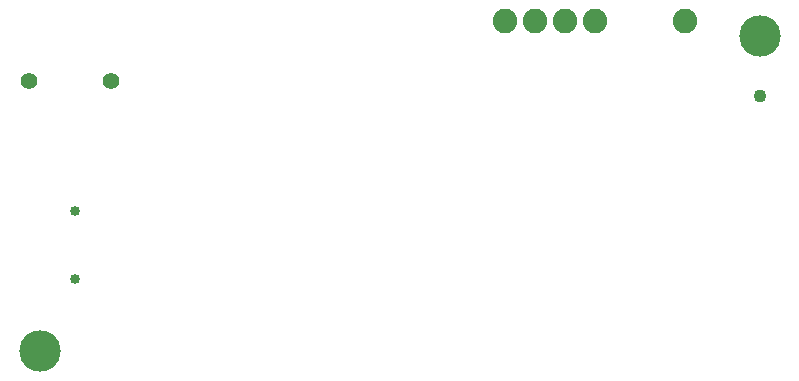
<source format=gbs>
G75*
%MOIN*%
%OFA0B0*%
%FSLAX25Y25*%
%IPPOS*%
%LPD*%
%AMOC8*
5,1,8,0,0,1.08239X$1,22.5*
%
%ADD10C,0.13800*%
%ADD11C,0.03359*%
%ADD12C,0.05524*%
%ADD13C,0.08200*%
%ADD14C,0.04343*%
D10*
X0225000Y0050000D03*
X0465000Y0155000D03*
D11*
X0236811Y0096878D03*
X0236811Y0074122D03*
D12*
X0248858Y0140000D03*
X0221299Y0140000D03*
D13*
X0380000Y0160000D03*
X0390000Y0160000D03*
X0400000Y0160000D03*
X0410000Y0160000D03*
X0440000Y0160000D03*
D14*
X0465000Y0135000D03*
M02*

</source>
